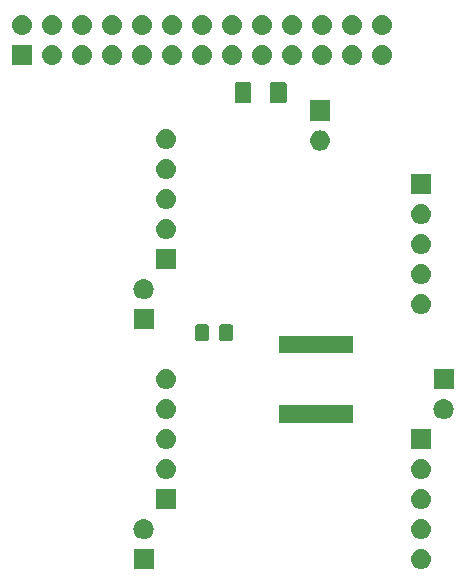
<source format=gts>
G04 #@! TF.GenerationSoftware,KiCad,Pcbnew,(5.0.2)-1*
G04 #@! TF.CreationDate,2019-07-01T13:56:40-04:00*
G04 #@! TF.ProjectId,RPI-I2C-HUB,5250492d-4932-4432-9d48-55422e6b6963,rev?*
G04 #@! TF.SameCoordinates,Original*
G04 #@! TF.FileFunction,Soldermask,Top*
G04 #@! TF.FilePolarity,Negative*
%FSLAX46Y46*%
G04 Gerber Fmt 4.6, Leading zero omitted, Abs format (unit mm)*
G04 Created by KiCad (PCBNEW (5.0.2)-1) date 7/1/2019 1:56:40 PM*
%MOMM*%
%LPD*%
G01*
G04 APERTURE LIST*
%ADD10C,0.150000*%
G04 APERTURE END LIST*
D10*
G36*
X35726630Y-46152299D02*
X35886855Y-46200903D01*
X36034520Y-46279831D01*
X36163949Y-46386051D01*
X36270169Y-46515480D01*
X36349097Y-46663145D01*
X36397701Y-46823370D01*
X36414112Y-46990000D01*
X36397701Y-47156630D01*
X36349097Y-47316855D01*
X36270169Y-47464520D01*
X36163949Y-47593949D01*
X36034520Y-47700169D01*
X35886855Y-47779097D01*
X35726630Y-47827701D01*
X35601752Y-47840000D01*
X35518248Y-47840000D01*
X35393370Y-47827701D01*
X35233145Y-47779097D01*
X35085480Y-47700169D01*
X34956051Y-47593949D01*
X34849831Y-47464520D01*
X34770903Y-47316855D01*
X34722299Y-47156630D01*
X34705888Y-46990000D01*
X34722299Y-46823370D01*
X34770903Y-46663145D01*
X34849831Y-46515480D01*
X34956051Y-46386051D01*
X35085480Y-46279831D01*
X35233145Y-46200903D01*
X35393370Y-46152299D01*
X35518248Y-46140000D01*
X35601752Y-46140000D01*
X35726630Y-46152299D01*
X35726630Y-46152299D01*
G37*
G36*
X12915000Y-47840000D02*
X11215000Y-47840000D01*
X11215000Y-46140000D01*
X12915000Y-46140000D01*
X12915000Y-47840000D01*
X12915000Y-47840000D01*
G37*
G36*
X12231630Y-43612299D02*
X12391855Y-43660903D01*
X12539520Y-43739831D01*
X12668949Y-43846051D01*
X12775169Y-43975480D01*
X12854097Y-44123145D01*
X12902701Y-44283370D01*
X12919112Y-44450000D01*
X12902701Y-44616630D01*
X12854097Y-44776855D01*
X12775169Y-44924520D01*
X12668949Y-45053949D01*
X12539520Y-45160169D01*
X12391855Y-45239097D01*
X12231630Y-45287701D01*
X12106752Y-45300000D01*
X12023248Y-45300000D01*
X11898370Y-45287701D01*
X11738145Y-45239097D01*
X11590480Y-45160169D01*
X11461051Y-45053949D01*
X11354831Y-44924520D01*
X11275903Y-44776855D01*
X11227299Y-44616630D01*
X11210888Y-44450000D01*
X11227299Y-44283370D01*
X11275903Y-44123145D01*
X11354831Y-43975480D01*
X11461051Y-43846051D01*
X11590480Y-43739831D01*
X11738145Y-43660903D01*
X11898370Y-43612299D01*
X12023248Y-43600000D01*
X12106752Y-43600000D01*
X12231630Y-43612299D01*
X12231630Y-43612299D01*
G37*
G36*
X35726630Y-43612299D02*
X35886855Y-43660903D01*
X36034520Y-43739831D01*
X36163949Y-43846051D01*
X36270169Y-43975480D01*
X36349097Y-44123145D01*
X36397701Y-44283370D01*
X36414112Y-44450000D01*
X36397701Y-44616630D01*
X36349097Y-44776855D01*
X36270169Y-44924520D01*
X36163949Y-45053949D01*
X36034520Y-45160169D01*
X35886855Y-45239097D01*
X35726630Y-45287701D01*
X35601752Y-45300000D01*
X35518248Y-45300000D01*
X35393370Y-45287701D01*
X35233145Y-45239097D01*
X35085480Y-45160169D01*
X34956051Y-45053949D01*
X34849831Y-44924520D01*
X34770903Y-44776855D01*
X34722299Y-44616630D01*
X34705888Y-44450000D01*
X34722299Y-44283370D01*
X34770903Y-44123145D01*
X34849831Y-43975480D01*
X34956051Y-43846051D01*
X35085480Y-43739831D01*
X35233145Y-43660903D01*
X35393370Y-43612299D01*
X35518248Y-43600000D01*
X35601752Y-43600000D01*
X35726630Y-43612299D01*
X35726630Y-43612299D01*
G37*
G36*
X14820000Y-42760000D02*
X13120000Y-42760000D01*
X13120000Y-41060000D01*
X14820000Y-41060000D01*
X14820000Y-42760000D01*
X14820000Y-42760000D01*
G37*
G36*
X35726630Y-41072299D02*
X35886855Y-41120903D01*
X36034520Y-41199831D01*
X36163949Y-41306051D01*
X36270169Y-41435480D01*
X36349097Y-41583145D01*
X36397701Y-41743370D01*
X36414112Y-41910000D01*
X36397701Y-42076630D01*
X36349097Y-42236855D01*
X36270169Y-42384520D01*
X36163949Y-42513949D01*
X36034520Y-42620169D01*
X35886855Y-42699097D01*
X35726630Y-42747701D01*
X35601752Y-42760000D01*
X35518248Y-42760000D01*
X35393370Y-42747701D01*
X35233145Y-42699097D01*
X35085480Y-42620169D01*
X34956051Y-42513949D01*
X34849831Y-42384520D01*
X34770903Y-42236855D01*
X34722299Y-42076630D01*
X34705888Y-41910000D01*
X34722299Y-41743370D01*
X34770903Y-41583145D01*
X34849831Y-41435480D01*
X34956051Y-41306051D01*
X35085480Y-41199831D01*
X35233145Y-41120903D01*
X35393370Y-41072299D01*
X35518248Y-41060000D01*
X35601752Y-41060000D01*
X35726630Y-41072299D01*
X35726630Y-41072299D01*
G37*
G36*
X14136630Y-38532299D02*
X14296855Y-38580903D01*
X14444520Y-38659831D01*
X14573949Y-38766051D01*
X14680169Y-38895480D01*
X14759097Y-39043145D01*
X14807701Y-39203370D01*
X14824112Y-39370000D01*
X14807701Y-39536630D01*
X14759097Y-39696855D01*
X14680169Y-39844520D01*
X14573949Y-39973949D01*
X14444520Y-40080169D01*
X14296855Y-40159097D01*
X14136630Y-40207701D01*
X14011752Y-40220000D01*
X13928248Y-40220000D01*
X13803370Y-40207701D01*
X13643145Y-40159097D01*
X13495480Y-40080169D01*
X13366051Y-39973949D01*
X13259831Y-39844520D01*
X13180903Y-39696855D01*
X13132299Y-39536630D01*
X13115888Y-39370000D01*
X13132299Y-39203370D01*
X13180903Y-39043145D01*
X13259831Y-38895480D01*
X13366051Y-38766051D01*
X13495480Y-38659831D01*
X13643145Y-38580903D01*
X13803370Y-38532299D01*
X13928248Y-38520000D01*
X14011752Y-38520000D01*
X14136630Y-38532299D01*
X14136630Y-38532299D01*
G37*
G36*
X35726630Y-38532299D02*
X35886855Y-38580903D01*
X36034520Y-38659831D01*
X36163949Y-38766051D01*
X36270169Y-38895480D01*
X36349097Y-39043145D01*
X36397701Y-39203370D01*
X36414112Y-39370000D01*
X36397701Y-39536630D01*
X36349097Y-39696855D01*
X36270169Y-39844520D01*
X36163949Y-39973949D01*
X36034520Y-40080169D01*
X35886855Y-40159097D01*
X35726630Y-40207701D01*
X35601752Y-40220000D01*
X35518248Y-40220000D01*
X35393370Y-40207701D01*
X35233145Y-40159097D01*
X35085480Y-40080169D01*
X34956051Y-39973949D01*
X34849831Y-39844520D01*
X34770903Y-39696855D01*
X34722299Y-39536630D01*
X34705888Y-39370000D01*
X34722299Y-39203370D01*
X34770903Y-39043145D01*
X34849831Y-38895480D01*
X34956051Y-38766051D01*
X35085480Y-38659831D01*
X35233145Y-38580903D01*
X35393370Y-38532299D01*
X35518248Y-38520000D01*
X35601752Y-38520000D01*
X35726630Y-38532299D01*
X35726630Y-38532299D01*
G37*
G36*
X36410000Y-37680000D02*
X34710000Y-37680000D01*
X34710000Y-35980000D01*
X36410000Y-35980000D01*
X36410000Y-37680000D01*
X36410000Y-37680000D01*
G37*
G36*
X14136630Y-35992299D02*
X14296855Y-36040903D01*
X14444520Y-36119831D01*
X14573949Y-36226051D01*
X14680169Y-36355480D01*
X14759097Y-36503145D01*
X14807701Y-36663370D01*
X14824112Y-36830000D01*
X14807701Y-36996630D01*
X14759097Y-37156855D01*
X14680169Y-37304520D01*
X14573949Y-37433949D01*
X14444520Y-37540169D01*
X14296855Y-37619097D01*
X14136630Y-37667701D01*
X14011752Y-37680000D01*
X13928248Y-37680000D01*
X13803370Y-37667701D01*
X13643145Y-37619097D01*
X13495480Y-37540169D01*
X13366051Y-37433949D01*
X13259831Y-37304520D01*
X13180903Y-37156855D01*
X13132299Y-36996630D01*
X13115888Y-36830000D01*
X13132299Y-36663370D01*
X13180903Y-36503145D01*
X13259831Y-36355480D01*
X13366051Y-36226051D01*
X13495480Y-36119831D01*
X13643145Y-36040903D01*
X13803370Y-35992299D01*
X13928248Y-35980000D01*
X14011752Y-35980000D01*
X14136630Y-35992299D01*
X14136630Y-35992299D01*
G37*
G36*
X29820000Y-35425000D02*
X23520000Y-35425000D01*
X23520000Y-33975000D01*
X29820000Y-33975000D01*
X29820000Y-35425000D01*
X29820000Y-35425000D01*
G37*
G36*
X14136630Y-33452299D02*
X14296855Y-33500903D01*
X14444520Y-33579831D01*
X14573949Y-33686051D01*
X14680169Y-33815480D01*
X14759097Y-33963145D01*
X14807701Y-34123370D01*
X14824112Y-34290000D01*
X14807701Y-34456630D01*
X14759097Y-34616855D01*
X14680169Y-34764520D01*
X14573949Y-34893949D01*
X14444520Y-35000169D01*
X14296855Y-35079097D01*
X14136630Y-35127701D01*
X14011752Y-35140000D01*
X13928248Y-35140000D01*
X13803370Y-35127701D01*
X13643145Y-35079097D01*
X13495480Y-35000169D01*
X13366051Y-34893949D01*
X13259831Y-34764520D01*
X13180903Y-34616855D01*
X13132299Y-34456630D01*
X13115888Y-34290000D01*
X13132299Y-34123370D01*
X13180903Y-33963145D01*
X13259831Y-33815480D01*
X13366051Y-33686051D01*
X13495480Y-33579831D01*
X13643145Y-33500903D01*
X13803370Y-33452299D01*
X13928248Y-33440000D01*
X14011752Y-33440000D01*
X14136630Y-33452299D01*
X14136630Y-33452299D01*
G37*
G36*
X37631630Y-33452299D02*
X37791855Y-33500903D01*
X37939520Y-33579831D01*
X38068949Y-33686051D01*
X38175169Y-33815480D01*
X38254097Y-33963145D01*
X38302701Y-34123370D01*
X38319112Y-34290000D01*
X38302701Y-34456630D01*
X38254097Y-34616855D01*
X38175169Y-34764520D01*
X38068949Y-34893949D01*
X37939520Y-35000169D01*
X37791855Y-35079097D01*
X37631630Y-35127701D01*
X37506752Y-35140000D01*
X37423248Y-35140000D01*
X37298370Y-35127701D01*
X37138145Y-35079097D01*
X36990480Y-35000169D01*
X36861051Y-34893949D01*
X36754831Y-34764520D01*
X36675903Y-34616855D01*
X36627299Y-34456630D01*
X36610888Y-34290000D01*
X36627299Y-34123370D01*
X36675903Y-33963145D01*
X36754831Y-33815480D01*
X36861051Y-33686051D01*
X36990480Y-33579831D01*
X37138145Y-33500903D01*
X37298370Y-33452299D01*
X37423248Y-33440000D01*
X37506752Y-33440000D01*
X37631630Y-33452299D01*
X37631630Y-33452299D01*
G37*
G36*
X14136630Y-30912299D02*
X14296855Y-30960903D01*
X14444520Y-31039831D01*
X14573949Y-31146051D01*
X14680169Y-31275480D01*
X14759097Y-31423145D01*
X14807701Y-31583370D01*
X14824112Y-31750000D01*
X14807701Y-31916630D01*
X14759097Y-32076855D01*
X14680169Y-32224520D01*
X14573949Y-32353949D01*
X14444520Y-32460169D01*
X14296855Y-32539097D01*
X14136630Y-32587701D01*
X14011752Y-32600000D01*
X13928248Y-32600000D01*
X13803370Y-32587701D01*
X13643145Y-32539097D01*
X13495480Y-32460169D01*
X13366051Y-32353949D01*
X13259831Y-32224520D01*
X13180903Y-32076855D01*
X13132299Y-31916630D01*
X13115888Y-31750000D01*
X13132299Y-31583370D01*
X13180903Y-31423145D01*
X13259831Y-31275480D01*
X13366051Y-31146051D01*
X13495480Y-31039831D01*
X13643145Y-30960903D01*
X13803370Y-30912299D01*
X13928248Y-30900000D01*
X14011752Y-30900000D01*
X14136630Y-30912299D01*
X14136630Y-30912299D01*
G37*
G36*
X38315000Y-32600000D02*
X36615000Y-32600000D01*
X36615000Y-30900000D01*
X38315000Y-30900000D01*
X38315000Y-32600000D01*
X38315000Y-32600000D01*
G37*
G36*
X29820000Y-29525000D02*
X23520000Y-29525000D01*
X23520000Y-28075000D01*
X29820000Y-28075000D01*
X29820000Y-29525000D01*
X29820000Y-29525000D01*
G37*
G36*
X17439522Y-27117039D02*
X17473053Y-27127211D01*
X17503960Y-27143731D01*
X17531043Y-27165957D01*
X17553269Y-27193040D01*
X17569789Y-27223947D01*
X17579961Y-27257478D01*
X17584000Y-27298487D01*
X17584000Y-28327513D01*
X17579961Y-28368522D01*
X17569789Y-28402053D01*
X17553269Y-28432960D01*
X17531043Y-28460043D01*
X17503960Y-28482269D01*
X17473053Y-28498789D01*
X17439522Y-28508961D01*
X17398513Y-28513000D01*
X16619487Y-28513000D01*
X16578478Y-28508961D01*
X16544947Y-28498789D01*
X16514040Y-28482269D01*
X16486957Y-28460043D01*
X16464731Y-28432960D01*
X16448211Y-28402053D01*
X16438039Y-28368522D01*
X16434000Y-28327513D01*
X16434000Y-27298487D01*
X16438039Y-27257478D01*
X16448211Y-27223947D01*
X16464731Y-27193040D01*
X16486957Y-27165957D01*
X16514040Y-27143731D01*
X16544947Y-27127211D01*
X16578478Y-27117039D01*
X16619487Y-27113000D01*
X17398513Y-27113000D01*
X17439522Y-27117039D01*
X17439522Y-27117039D01*
G37*
G36*
X19489522Y-27117039D02*
X19523053Y-27127211D01*
X19553960Y-27143731D01*
X19581043Y-27165957D01*
X19603269Y-27193040D01*
X19619789Y-27223947D01*
X19629961Y-27257478D01*
X19634000Y-27298487D01*
X19634000Y-28327513D01*
X19629961Y-28368522D01*
X19619789Y-28402053D01*
X19603269Y-28432960D01*
X19581043Y-28460043D01*
X19553960Y-28482269D01*
X19523053Y-28498789D01*
X19489522Y-28508961D01*
X19448513Y-28513000D01*
X18669487Y-28513000D01*
X18628478Y-28508961D01*
X18594947Y-28498789D01*
X18564040Y-28482269D01*
X18536957Y-28460043D01*
X18514731Y-28432960D01*
X18498211Y-28402053D01*
X18488039Y-28368522D01*
X18484000Y-28327513D01*
X18484000Y-27298487D01*
X18488039Y-27257478D01*
X18498211Y-27223947D01*
X18514731Y-27193040D01*
X18536957Y-27165957D01*
X18564040Y-27143731D01*
X18594947Y-27127211D01*
X18628478Y-27117039D01*
X18669487Y-27113000D01*
X19448513Y-27113000D01*
X19489522Y-27117039D01*
X19489522Y-27117039D01*
G37*
G36*
X12915000Y-27520000D02*
X11215000Y-27520000D01*
X11215000Y-25820000D01*
X12915000Y-25820000D01*
X12915000Y-27520000D01*
X12915000Y-27520000D01*
G37*
G36*
X35726630Y-24562299D02*
X35886855Y-24610903D01*
X36034520Y-24689831D01*
X36163949Y-24796051D01*
X36270169Y-24925480D01*
X36349097Y-25073145D01*
X36397701Y-25233370D01*
X36414112Y-25400000D01*
X36397701Y-25566630D01*
X36349097Y-25726855D01*
X36270169Y-25874520D01*
X36163949Y-26003949D01*
X36034520Y-26110169D01*
X35886855Y-26189097D01*
X35726630Y-26237701D01*
X35601752Y-26250000D01*
X35518248Y-26250000D01*
X35393370Y-26237701D01*
X35233145Y-26189097D01*
X35085480Y-26110169D01*
X34956051Y-26003949D01*
X34849831Y-25874520D01*
X34770903Y-25726855D01*
X34722299Y-25566630D01*
X34705888Y-25400000D01*
X34722299Y-25233370D01*
X34770903Y-25073145D01*
X34849831Y-24925480D01*
X34956051Y-24796051D01*
X35085480Y-24689831D01*
X35233145Y-24610903D01*
X35393370Y-24562299D01*
X35518248Y-24550000D01*
X35601752Y-24550000D01*
X35726630Y-24562299D01*
X35726630Y-24562299D01*
G37*
G36*
X12231630Y-23292299D02*
X12391855Y-23340903D01*
X12539520Y-23419831D01*
X12668949Y-23526051D01*
X12775169Y-23655480D01*
X12854097Y-23803145D01*
X12902701Y-23963370D01*
X12919112Y-24130000D01*
X12902701Y-24296630D01*
X12854097Y-24456855D01*
X12775169Y-24604520D01*
X12668949Y-24733949D01*
X12539520Y-24840169D01*
X12391855Y-24919097D01*
X12231630Y-24967701D01*
X12106752Y-24980000D01*
X12023248Y-24980000D01*
X11898370Y-24967701D01*
X11738145Y-24919097D01*
X11590480Y-24840169D01*
X11461051Y-24733949D01*
X11354831Y-24604520D01*
X11275903Y-24456855D01*
X11227299Y-24296630D01*
X11210888Y-24130000D01*
X11227299Y-23963370D01*
X11275903Y-23803145D01*
X11354831Y-23655480D01*
X11461051Y-23526051D01*
X11590480Y-23419831D01*
X11738145Y-23340903D01*
X11898370Y-23292299D01*
X12023248Y-23280000D01*
X12106752Y-23280000D01*
X12231630Y-23292299D01*
X12231630Y-23292299D01*
G37*
G36*
X35726630Y-22022299D02*
X35886855Y-22070903D01*
X36034520Y-22149831D01*
X36163949Y-22256051D01*
X36270169Y-22385480D01*
X36349097Y-22533145D01*
X36397701Y-22693370D01*
X36414112Y-22860000D01*
X36397701Y-23026630D01*
X36349097Y-23186855D01*
X36270169Y-23334520D01*
X36163949Y-23463949D01*
X36034520Y-23570169D01*
X35886855Y-23649097D01*
X35726630Y-23697701D01*
X35601752Y-23710000D01*
X35518248Y-23710000D01*
X35393370Y-23697701D01*
X35233145Y-23649097D01*
X35085480Y-23570169D01*
X34956051Y-23463949D01*
X34849831Y-23334520D01*
X34770903Y-23186855D01*
X34722299Y-23026630D01*
X34705888Y-22860000D01*
X34722299Y-22693370D01*
X34770903Y-22533145D01*
X34849831Y-22385480D01*
X34956051Y-22256051D01*
X35085480Y-22149831D01*
X35233145Y-22070903D01*
X35393370Y-22022299D01*
X35518248Y-22010000D01*
X35601752Y-22010000D01*
X35726630Y-22022299D01*
X35726630Y-22022299D01*
G37*
G36*
X14820000Y-22440000D02*
X13120000Y-22440000D01*
X13120000Y-20740000D01*
X14820000Y-20740000D01*
X14820000Y-22440000D01*
X14820000Y-22440000D01*
G37*
G36*
X35726630Y-19482299D02*
X35886855Y-19530903D01*
X36034520Y-19609831D01*
X36163949Y-19716051D01*
X36270169Y-19845480D01*
X36349097Y-19993145D01*
X36397701Y-20153370D01*
X36414112Y-20320000D01*
X36397701Y-20486630D01*
X36349097Y-20646855D01*
X36270169Y-20794520D01*
X36163949Y-20923949D01*
X36034520Y-21030169D01*
X35886855Y-21109097D01*
X35726630Y-21157701D01*
X35601752Y-21170000D01*
X35518248Y-21170000D01*
X35393370Y-21157701D01*
X35233145Y-21109097D01*
X35085480Y-21030169D01*
X34956051Y-20923949D01*
X34849831Y-20794520D01*
X34770903Y-20646855D01*
X34722299Y-20486630D01*
X34705888Y-20320000D01*
X34722299Y-20153370D01*
X34770903Y-19993145D01*
X34849831Y-19845480D01*
X34956051Y-19716051D01*
X35085480Y-19609831D01*
X35233145Y-19530903D01*
X35393370Y-19482299D01*
X35518248Y-19470000D01*
X35601752Y-19470000D01*
X35726630Y-19482299D01*
X35726630Y-19482299D01*
G37*
G36*
X14136630Y-18212299D02*
X14296855Y-18260903D01*
X14444520Y-18339831D01*
X14573949Y-18446051D01*
X14680169Y-18575480D01*
X14759097Y-18723145D01*
X14807701Y-18883370D01*
X14824112Y-19050000D01*
X14807701Y-19216630D01*
X14759097Y-19376855D01*
X14680169Y-19524520D01*
X14573949Y-19653949D01*
X14444520Y-19760169D01*
X14296855Y-19839097D01*
X14136630Y-19887701D01*
X14011752Y-19900000D01*
X13928248Y-19900000D01*
X13803370Y-19887701D01*
X13643145Y-19839097D01*
X13495480Y-19760169D01*
X13366051Y-19653949D01*
X13259831Y-19524520D01*
X13180903Y-19376855D01*
X13132299Y-19216630D01*
X13115888Y-19050000D01*
X13132299Y-18883370D01*
X13180903Y-18723145D01*
X13259831Y-18575480D01*
X13366051Y-18446051D01*
X13495480Y-18339831D01*
X13643145Y-18260903D01*
X13803370Y-18212299D01*
X13928248Y-18200000D01*
X14011752Y-18200000D01*
X14136630Y-18212299D01*
X14136630Y-18212299D01*
G37*
G36*
X35726630Y-16942299D02*
X35886855Y-16990903D01*
X36034520Y-17069831D01*
X36163949Y-17176051D01*
X36270169Y-17305480D01*
X36349097Y-17453145D01*
X36397701Y-17613370D01*
X36414112Y-17780000D01*
X36397701Y-17946630D01*
X36349097Y-18106855D01*
X36270169Y-18254520D01*
X36163949Y-18383949D01*
X36034520Y-18490169D01*
X35886855Y-18569097D01*
X35726630Y-18617701D01*
X35601752Y-18630000D01*
X35518248Y-18630000D01*
X35393370Y-18617701D01*
X35233145Y-18569097D01*
X35085480Y-18490169D01*
X34956051Y-18383949D01*
X34849831Y-18254520D01*
X34770903Y-18106855D01*
X34722299Y-17946630D01*
X34705888Y-17780000D01*
X34722299Y-17613370D01*
X34770903Y-17453145D01*
X34849831Y-17305480D01*
X34956051Y-17176051D01*
X35085480Y-17069831D01*
X35233145Y-16990903D01*
X35393370Y-16942299D01*
X35518248Y-16930000D01*
X35601752Y-16930000D01*
X35726630Y-16942299D01*
X35726630Y-16942299D01*
G37*
G36*
X14136630Y-15672299D02*
X14296855Y-15720903D01*
X14444520Y-15799831D01*
X14573949Y-15906051D01*
X14680169Y-16035480D01*
X14759097Y-16183145D01*
X14807701Y-16343370D01*
X14824112Y-16510000D01*
X14807701Y-16676630D01*
X14759097Y-16836855D01*
X14680169Y-16984520D01*
X14573949Y-17113949D01*
X14444520Y-17220169D01*
X14296855Y-17299097D01*
X14136630Y-17347701D01*
X14011752Y-17360000D01*
X13928248Y-17360000D01*
X13803370Y-17347701D01*
X13643145Y-17299097D01*
X13495480Y-17220169D01*
X13366051Y-17113949D01*
X13259831Y-16984520D01*
X13180903Y-16836855D01*
X13132299Y-16676630D01*
X13115888Y-16510000D01*
X13132299Y-16343370D01*
X13180903Y-16183145D01*
X13259831Y-16035480D01*
X13366051Y-15906051D01*
X13495480Y-15799831D01*
X13643145Y-15720903D01*
X13803370Y-15672299D01*
X13928248Y-15660000D01*
X14011752Y-15660000D01*
X14136630Y-15672299D01*
X14136630Y-15672299D01*
G37*
G36*
X36410000Y-16090000D02*
X34710000Y-16090000D01*
X34710000Y-14390000D01*
X36410000Y-14390000D01*
X36410000Y-16090000D01*
X36410000Y-16090000D01*
G37*
G36*
X14136630Y-13132299D02*
X14296855Y-13180903D01*
X14444520Y-13259831D01*
X14573949Y-13366051D01*
X14680169Y-13495480D01*
X14759097Y-13643145D01*
X14807701Y-13803370D01*
X14824112Y-13970000D01*
X14807701Y-14136630D01*
X14759097Y-14296855D01*
X14680169Y-14444520D01*
X14573949Y-14573949D01*
X14444520Y-14680169D01*
X14296855Y-14759097D01*
X14136630Y-14807701D01*
X14011752Y-14820000D01*
X13928248Y-14820000D01*
X13803370Y-14807701D01*
X13643145Y-14759097D01*
X13495480Y-14680169D01*
X13366051Y-14573949D01*
X13259831Y-14444520D01*
X13180903Y-14296855D01*
X13132299Y-14136630D01*
X13115888Y-13970000D01*
X13132299Y-13803370D01*
X13180903Y-13643145D01*
X13259831Y-13495480D01*
X13366051Y-13366051D01*
X13495480Y-13259831D01*
X13643145Y-13180903D01*
X13803370Y-13132299D01*
X13928248Y-13120000D01*
X14011752Y-13120000D01*
X14136630Y-13132299D01*
X14136630Y-13132299D01*
G37*
G36*
X27166630Y-10702299D02*
X27326855Y-10750903D01*
X27474520Y-10829831D01*
X27603949Y-10936051D01*
X27710169Y-11065480D01*
X27789097Y-11213145D01*
X27837701Y-11373370D01*
X27854112Y-11540000D01*
X27837701Y-11706630D01*
X27789097Y-11866855D01*
X27710169Y-12014520D01*
X27603949Y-12143949D01*
X27474520Y-12250169D01*
X27326855Y-12329097D01*
X27166630Y-12377701D01*
X27041752Y-12390000D01*
X26958248Y-12390000D01*
X26833370Y-12377701D01*
X26673145Y-12329097D01*
X26525480Y-12250169D01*
X26396051Y-12143949D01*
X26289831Y-12014520D01*
X26210903Y-11866855D01*
X26162299Y-11706630D01*
X26145888Y-11540000D01*
X26162299Y-11373370D01*
X26210903Y-11213145D01*
X26289831Y-11065480D01*
X26396051Y-10936051D01*
X26525480Y-10829831D01*
X26673145Y-10750903D01*
X26833370Y-10702299D01*
X26958248Y-10690000D01*
X27041752Y-10690000D01*
X27166630Y-10702299D01*
X27166630Y-10702299D01*
G37*
G36*
X14136630Y-10592299D02*
X14296855Y-10640903D01*
X14444520Y-10719831D01*
X14573949Y-10826051D01*
X14680169Y-10955480D01*
X14759097Y-11103145D01*
X14807701Y-11263370D01*
X14824112Y-11430000D01*
X14807701Y-11596630D01*
X14759097Y-11756855D01*
X14680169Y-11904520D01*
X14573949Y-12033949D01*
X14444520Y-12140169D01*
X14296855Y-12219097D01*
X14136630Y-12267701D01*
X14011752Y-12280000D01*
X13928248Y-12280000D01*
X13803370Y-12267701D01*
X13643145Y-12219097D01*
X13495480Y-12140169D01*
X13366051Y-12033949D01*
X13259831Y-11904520D01*
X13180903Y-11756855D01*
X13132299Y-11596630D01*
X13115888Y-11430000D01*
X13132299Y-11263370D01*
X13180903Y-11103145D01*
X13259831Y-10955480D01*
X13366051Y-10826051D01*
X13495480Y-10719831D01*
X13643145Y-10640903D01*
X13803370Y-10592299D01*
X13928248Y-10580000D01*
X14011752Y-10580000D01*
X14136630Y-10592299D01*
X14136630Y-10592299D01*
G37*
G36*
X27850000Y-9850000D02*
X26150000Y-9850000D01*
X26150000Y-8150000D01*
X27850000Y-8150000D01*
X27850000Y-9850000D01*
X27850000Y-9850000D01*
G37*
G36*
X21059964Y-6621837D02*
X21091528Y-6631412D01*
X21120617Y-6646960D01*
X21146114Y-6667886D01*
X21167040Y-6693383D01*
X21182588Y-6722472D01*
X21192163Y-6754036D01*
X21196000Y-6792998D01*
X21196000Y-8193002D01*
X21192163Y-8231964D01*
X21182588Y-8263528D01*
X21167040Y-8292617D01*
X21146114Y-8318114D01*
X21120617Y-8339040D01*
X21091528Y-8354588D01*
X21059964Y-8364163D01*
X21021002Y-8368000D01*
X19945998Y-8368000D01*
X19907036Y-8364163D01*
X19875472Y-8354588D01*
X19846383Y-8339040D01*
X19820886Y-8318114D01*
X19799960Y-8292617D01*
X19784412Y-8263528D01*
X19774837Y-8231964D01*
X19771000Y-8193002D01*
X19771000Y-6792998D01*
X19774837Y-6754036D01*
X19784412Y-6722472D01*
X19799960Y-6693383D01*
X19820886Y-6667886D01*
X19846383Y-6646960D01*
X19875472Y-6631412D01*
X19907036Y-6621837D01*
X19945998Y-6618000D01*
X21021002Y-6618000D01*
X21059964Y-6621837D01*
X21059964Y-6621837D01*
G37*
G36*
X24034964Y-6621837D02*
X24066528Y-6631412D01*
X24095617Y-6646960D01*
X24121114Y-6667886D01*
X24142040Y-6693383D01*
X24157588Y-6722472D01*
X24167163Y-6754036D01*
X24171000Y-6792998D01*
X24171000Y-8193002D01*
X24167163Y-8231964D01*
X24157588Y-8263528D01*
X24142040Y-8292617D01*
X24121114Y-8318114D01*
X24095617Y-8339040D01*
X24066528Y-8354588D01*
X24034964Y-8364163D01*
X23996002Y-8368000D01*
X22920998Y-8368000D01*
X22882036Y-8364163D01*
X22850472Y-8354588D01*
X22821383Y-8339040D01*
X22795886Y-8318114D01*
X22774960Y-8292617D01*
X22759412Y-8263528D01*
X22749837Y-8231964D01*
X22746000Y-8193002D01*
X22746000Y-6792998D01*
X22749837Y-6754036D01*
X22759412Y-6722472D01*
X22774960Y-6693383D01*
X22795886Y-6667886D01*
X22821383Y-6646960D01*
X22850472Y-6631412D01*
X22882036Y-6621837D01*
X22920998Y-6618000D01*
X23996002Y-6618000D01*
X24034964Y-6621837D01*
X24034964Y-6621837D01*
G37*
G36*
X9564630Y-3467599D02*
X9724855Y-3516203D01*
X9872520Y-3595131D01*
X10001949Y-3701351D01*
X10108169Y-3830780D01*
X10187097Y-3978445D01*
X10235701Y-4138670D01*
X10252112Y-4305300D01*
X10235701Y-4471930D01*
X10187097Y-4632155D01*
X10108169Y-4779820D01*
X10001949Y-4909249D01*
X9872520Y-5015469D01*
X9724855Y-5094397D01*
X9564630Y-5143001D01*
X9439752Y-5155300D01*
X9356248Y-5155300D01*
X9231370Y-5143001D01*
X9071145Y-5094397D01*
X8923480Y-5015469D01*
X8794051Y-4909249D01*
X8687831Y-4779820D01*
X8608903Y-4632155D01*
X8560299Y-4471930D01*
X8543888Y-4305300D01*
X8560299Y-4138670D01*
X8608903Y-3978445D01*
X8687831Y-3830780D01*
X8794051Y-3701351D01*
X8923480Y-3595131D01*
X9071145Y-3516203D01*
X9231370Y-3467599D01*
X9356248Y-3455300D01*
X9439752Y-3455300D01*
X9564630Y-3467599D01*
X9564630Y-3467599D01*
G37*
G36*
X12104630Y-3467599D02*
X12264855Y-3516203D01*
X12412520Y-3595131D01*
X12541949Y-3701351D01*
X12648169Y-3830780D01*
X12727097Y-3978445D01*
X12775701Y-4138670D01*
X12792112Y-4305300D01*
X12775701Y-4471930D01*
X12727097Y-4632155D01*
X12648169Y-4779820D01*
X12541949Y-4909249D01*
X12412520Y-5015469D01*
X12264855Y-5094397D01*
X12104630Y-5143001D01*
X11979752Y-5155300D01*
X11896248Y-5155300D01*
X11771370Y-5143001D01*
X11611145Y-5094397D01*
X11463480Y-5015469D01*
X11334051Y-4909249D01*
X11227831Y-4779820D01*
X11148903Y-4632155D01*
X11100299Y-4471930D01*
X11083888Y-4305300D01*
X11100299Y-4138670D01*
X11148903Y-3978445D01*
X11227831Y-3830780D01*
X11334051Y-3701351D01*
X11463480Y-3595131D01*
X11611145Y-3516203D01*
X11771370Y-3467599D01*
X11896248Y-3455300D01*
X11979752Y-3455300D01*
X12104630Y-3467599D01*
X12104630Y-3467599D01*
G37*
G36*
X7024630Y-3467599D02*
X7184855Y-3516203D01*
X7332520Y-3595131D01*
X7461949Y-3701351D01*
X7568169Y-3830780D01*
X7647097Y-3978445D01*
X7695701Y-4138670D01*
X7712112Y-4305300D01*
X7695701Y-4471930D01*
X7647097Y-4632155D01*
X7568169Y-4779820D01*
X7461949Y-4909249D01*
X7332520Y-5015469D01*
X7184855Y-5094397D01*
X7024630Y-5143001D01*
X6899752Y-5155300D01*
X6816248Y-5155300D01*
X6691370Y-5143001D01*
X6531145Y-5094397D01*
X6383480Y-5015469D01*
X6254051Y-4909249D01*
X6147831Y-4779820D01*
X6068903Y-4632155D01*
X6020299Y-4471930D01*
X6003888Y-4305300D01*
X6020299Y-4138670D01*
X6068903Y-3978445D01*
X6147831Y-3830780D01*
X6254051Y-3701351D01*
X6383480Y-3595131D01*
X6531145Y-3516203D01*
X6691370Y-3467599D01*
X6816248Y-3455300D01*
X6899752Y-3455300D01*
X7024630Y-3467599D01*
X7024630Y-3467599D01*
G37*
G36*
X4484630Y-3467599D02*
X4644855Y-3516203D01*
X4792520Y-3595131D01*
X4921949Y-3701351D01*
X5028169Y-3830780D01*
X5107097Y-3978445D01*
X5155701Y-4138670D01*
X5172112Y-4305300D01*
X5155701Y-4471930D01*
X5107097Y-4632155D01*
X5028169Y-4779820D01*
X4921949Y-4909249D01*
X4792520Y-5015469D01*
X4644855Y-5094397D01*
X4484630Y-5143001D01*
X4359752Y-5155300D01*
X4276248Y-5155300D01*
X4151370Y-5143001D01*
X3991145Y-5094397D01*
X3843480Y-5015469D01*
X3714051Y-4909249D01*
X3607831Y-4779820D01*
X3528903Y-4632155D01*
X3480299Y-4471930D01*
X3463888Y-4305300D01*
X3480299Y-4138670D01*
X3528903Y-3978445D01*
X3607831Y-3830780D01*
X3714051Y-3701351D01*
X3843480Y-3595131D01*
X3991145Y-3516203D01*
X4151370Y-3467599D01*
X4276248Y-3455300D01*
X4359752Y-3455300D01*
X4484630Y-3467599D01*
X4484630Y-3467599D01*
G37*
G36*
X2628000Y-5155300D02*
X928000Y-5155300D01*
X928000Y-3455300D01*
X2628000Y-3455300D01*
X2628000Y-5155300D01*
X2628000Y-5155300D01*
G37*
G36*
X32424630Y-3467599D02*
X32584855Y-3516203D01*
X32732520Y-3595131D01*
X32861949Y-3701351D01*
X32968169Y-3830780D01*
X33047097Y-3978445D01*
X33095701Y-4138670D01*
X33112112Y-4305300D01*
X33095701Y-4471930D01*
X33047097Y-4632155D01*
X32968169Y-4779820D01*
X32861949Y-4909249D01*
X32732520Y-5015469D01*
X32584855Y-5094397D01*
X32424630Y-5143001D01*
X32299752Y-5155300D01*
X32216248Y-5155300D01*
X32091370Y-5143001D01*
X31931145Y-5094397D01*
X31783480Y-5015469D01*
X31654051Y-4909249D01*
X31547831Y-4779820D01*
X31468903Y-4632155D01*
X31420299Y-4471930D01*
X31403888Y-4305300D01*
X31420299Y-4138670D01*
X31468903Y-3978445D01*
X31547831Y-3830780D01*
X31654051Y-3701351D01*
X31783480Y-3595131D01*
X31931145Y-3516203D01*
X32091370Y-3467599D01*
X32216248Y-3455300D01*
X32299752Y-3455300D01*
X32424630Y-3467599D01*
X32424630Y-3467599D01*
G37*
G36*
X27344630Y-3467599D02*
X27504855Y-3516203D01*
X27652520Y-3595131D01*
X27781949Y-3701351D01*
X27888169Y-3830780D01*
X27967097Y-3978445D01*
X28015701Y-4138670D01*
X28032112Y-4305300D01*
X28015701Y-4471930D01*
X27967097Y-4632155D01*
X27888169Y-4779820D01*
X27781949Y-4909249D01*
X27652520Y-5015469D01*
X27504855Y-5094397D01*
X27344630Y-5143001D01*
X27219752Y-5155300D01*
X27136248Y-5155300D01*
X27011370Y-5143001D01*
X26851145Y-5094397D01*
X26703480Y-5015469D01*
X26574051Y-4909249D01*
X26467831Y-4779820D01*
X26388903Y-4632155D01*
X26340299Y-4471930D01*
X26323888Y-4305300D01*
X26340299Y-4138670D01*
X26388903Y-3978445D01*
X26467831Y-3830780D01*
X26574051Y-3701351D01*
X26703480Y-3595131D01*
X26851145Y-3516203D01*
X27011370Y-3467599D01*
X27136248Y-3455300D01*
X27219752Y-3455300D01*
X27344630Y-3467599D01*
X27344630Y-3467599D01*
G37*
G36*
X24804630Y-3467599D02*
X24964855Y-3516203D01*
X25112520Y-3595131D01*
X25241949Y-3701351D01*
X25348169Y-3830780D01*
X25427097Y-3978445D01*
X25475701Y-4138670D01*
X25492112Y-4305300D01*
X25475701Y-4471930D01*
X25427097Y-4632155D01*
X25348169Y-4779820D01*
X25241949Y-4909249D01*
X25112520Y-5015469D01*
X24964855Y-5094397D01*
X24804630Y-5143001D01*
X24679752Y-5155300D01*
X24596248Y-5155300D01*
X24471370Y-5143001D01*
X24311145Y-5094397D01*
X24163480Y-5015469D01*
X24034051Y-4909249D01*
X23927831Y-4779820D01*
X23848903Y-4632155D01*
X23800299Y-4471930D01*
X23783888Y-4305300D01*
X23800299Y-4138670D01*
X23848903Y-3978445D01*
X23927831Y-3830780D01*
X24034051Y-3701351D01*
X24163480Y-3595131D01*
X24311145Y-3516203D01*
X24471370Y-3467599D01*
X24596248Y-3455300D01*
X24679752Y-3455300D01*
X24804630Y-3467599D01*
X24804630Y-3467599D01*
G37*
G36*
X22264630Y-3467599D02*
X22424855Y-3516203D01*
X22572520Y-3595131D01*
X22701949Y-3701351D01*
X22808169Y-3830780D01*
X22887097Y-3978445D01*
X22935701Y-4138670D01*
X22952112Y-4305300D01*
X22935701Y-4471930D01*
X22887097Y-4632155D01*
X22808169Y-4779820D01*
X22701949Y-4909249D01*
X22572520Y-5015469D01*
X22424855Y-5094397D01*
X22264630Y-5143001D01*
X22139752Y-5155300D01*
X22056248Y-5155300D01*
X21931370Y-5143001D01*
X21771145Y-5094397D01*
X21623480Y-5015469D01*
X21494051Y-4909249D01*
X21387831Y-4779820D01*
X21308903Y-4632155D01*
X21260299Y-4471930D01*
X21243888Y-4305300D01*
X21260299Y-4138670D01*
X21308903Y-3978445D01*
X21387831Y-3830780D01*
X21494051Y-3701351D01*
X21623480Y-3595131D01*
X21771145Y-3516203D01*
X21931370Y-3467599D01*
X22056248Y-3455300D01*
X22139752Y-3455300D01*
X22264630Y-3467599D01*
X22264630Y-3467599D01*
G37*
G36*
X19724630Y-3467599D02*
X19884855Y-3516203D01*
X20032520Y-3595131D01*
X20161949Y-3701351D01*
X20268169Y-3830780D01*
X20347097Y-3978445D01*
X20395701Y-4138670D01*
X20412112Y-4305300D01*
X20395701Y-4471930D01*
X20347097Y-4632155D01*
X20268169Y-4779820D01*
X20161949Y-4909249D01*
X20032520Y-5015469D01*
X19884855Y-5094397D01*
X19724630Y-5143001D01*
X19599752Y-5155300D01*
X19516248Y-5155300D01*
X19391370Y-5143001D01*
X19231145Y-5094397D01*
X19083480Y-5015469D01*
X18954051Y-4909249D01*
X18847831Y-4779820D01*
X18768903Y-4632155D01*
X18720299Y-4471930D01*
X18703888Y-4305300D01*
X18720299Y-4138670D01*
X18768903Y-3978445D01*
X18847831Y-3830780D01*
X18954051Y-3701351D01*
X19083480Y-3595131D01*
X19231145Y-3516203D01*
X19391370Y-3467599D01*
X19516248Y-3455300D01*
X19599752Y-3455300D01*
X19724630Y-3467599D01*
X19724630Y-3467599D01*
G37*
G36*
X17184630Y-3467599D02*
X17344855Y-3516203D01*
X17492520Y-3595131D01*
X17621949Y-3701351D01*
X17728169Y-3830780D01*
X17807097Y-3978445D01*
X17855701Y-4138670D01*
X17872112Y-4305300D01*
X17855701Y-4471930D01*
X17807097Y-4632155D01*
X17728169Y-4779820D01*
X17621949Y-4909249D01*
X17492520Y-5015469D01*
X17344855Y-5094397D01*
X17184630Y-5143001D01*
X17059752Y-5155300D01*
X16976248Y-5155300D01*
X16851370Y-5143001D01*
X16691145Y-5094397D01*
X16543480Y-5015469D01*
X16414051Y-4909249D01*
X16307831Y-4779820D01*
X16228903Y-4632155D01*
X16180299Y-4471930D01*
X16163888Y-4305300D01*
X16180299Y-4138670D01*
X16228903Y-3978445D01*
X16307831Y-3830780D01*
X16414051Y-3701351D01*
X16543480Y-3595131D01*
X16691145Y-3516203D01*
X16851370Y-3467599D01*
X16976248Y-3455300D01*
X17059752Y-3455300D01*
X17184630Y-3467599D01*
X17184630Y-3467599D01*
G37*
G36*
X14644630Y-3467599D02*
X14804855Y-3516203D01*
X14952520Y-3595131D01*
X15081949Y-3701351D01*
X15188169Y-3830780D01*
X15267097Y-3978445D01*
X15315701Y-4138670D01*
X15332112Y-4305300D01*
X15315701Y-4471930D01*
X15267097Y-4632155D01*
X15188169Y-4779820D01*
X15081949Y-4909249D01*
X14952520Y-5015469D01*
X14804855Y-5094397D01*
X14644630Y-5143001D01*
X14519752Y-5155300D01*
X14436248Y-5155300D01*
X14311370Y-5143001D01*
X14151145Y-5094397D01*
X14003480Y-5015469D01*
X13874051Y-4909249D01*
X13767831Y-4779820D01*
X13688903Y-4632155D01*
X13640299Y-4471930D01*
X13623888Y-4305300D01*
X13640299Y-4138670D01*
X13688903Y-3978445D01*
X13767831Y-3830780D01*
X13874051Y-3701351D01*
X14003480Y-3595131D01*
X14151145Y-3516203D01*
X14311370Y-3467599D01*
X14436248Y-3455300D01*
X14519752Y-3455300D01*
X14644630Y-3467599D01*
X14644630Y-3467599D01*
G37*
G36*
X29884630Y-3467599D02*
X30044855Y-3516203D01*
X30192520Y-3595131D01*
X30321949Y-3701351D01*
X30428169Y-3830780D01*
X30507097Y-3978445D01*
X30555701Y-4138670D01*
X30572112Y-4305300D01*
X30555701Y-4471930D01*
X30507097Y-4632155D01*
X30428169Y-4779820D01*
X30321949Y-4909249D01*
X30192520Y-5015469D01*
X30044855Y-5094397D01*
X29884630Y-5143001D01*
X29759752Y-5155300D01*
X29676248Y-5155300D01*
X29551370Y-5143001D01*
X29391145Y-5094397D01*
X29243480Y-5015469D01*
X29114051Y-4909249D01*
X29007831Y-4779820D01*
X28928903Y-4632155D01*
X28880299Y-4471930D01*
X28863888Y-4305300D01*
X28880299Y-4138670D01*
X28928903Y-3978445D01*
X29007831Y-3830780D01*
X29114051Y-3701351D01*
X29243480Y-3595131D01*
X29391145Y-3516203D01*
X29551370Y-3467599D01*
X29676248Y-3455300D01*
X29759752Y-3455300D01*
X29884630Y-3467599D01*
X29884630Y-3467599D01*
G37*
G36*
X1944630Y-927599D02*
X2104855Y-976203D01*
X2252520Y-1055131D01*
X2381949Y-1161351D01*
X2488169Y-1290780D01*
X2567097Y-1438445D01*
X2615701Y-1598670D01*
X2632112Y-1765300D01*
X2615701Y-1931930D01*
X2567097Y-2092155D01*
X2488169Y-2239820D01*
X2381949Y-2369249D01*
X2252520Y-2475469D01*
X2104855Y-2554397D01*
X1944630Y-2603001D01*
X1819752Y-2615300D01*
X1736248Y-2615300D01*
X1611370Y-2603001D01*
X1451145Y-2554397D01*
X1303480Y-2475469D01*
X1174051Y-2369249D01*
X1067831Y-2239820D01*
X988903Y-2092155D01*
X940299Y-1931930D01*
X923888Y-1765300D01*
X940299Y-1598670D01*
X988903Y-1438445D01*
X1067831Y-1290780D01*
X1174051Y-1161351D01*
X1303480Y-1055131D01*
X1451145Y-976203D01*
X1611370Y-927599D01*
X1736248Y-915300D01*
X1819752Y-915300D01*
X1944630Y-927599D01*
X1944630Y-927599D01*
G37*
G36*
X12104630Y-927599D02*
X12264855Y-976203D01*
X12412520Y-1055131D01*
X12541949Y-1161351D01*
X12648169Y-1290780D01*
X12727097Y-1438445D01*
X12775701Y-1598670D01*
X12792112Y-1765300D01*
X12775701Y-1931930D01*
X12727097Y-2092155D01*
X12648169Y-2239820D01*
X12541949Y-2369249D01*
X12412520Y-2475469D01*
X12264855Y-2554397D01*
X12104630Y-2603001D01*
X11979752Y-2615300D01*
X11896248Y-2615300D01*
X11771370Y-2603001D01*
X11611145Y-2554397D01*
X11463480Y-2475469D01*
X11334051Y-2369249D01*
X11227831Y-2239820D01*
X11148903Y-2092155D01*
X11100299Y-1931930D01*
X11083888Y-1765300D01*
X11100299Y-1598670D01*
X11148903Y-1438445D01*
X11227831Y-1290780D01*
X11334051Y-1161351D01*
X11463480Y-1055131D01*
X11611145Y-976203D01*
X11771370Y-927599D01*
X11896248Y-915300D01*
X11979752Y-915300D01*
X12104630Y-927599D01*
X12104630Y-927599D01*
G37*
G36*
X9564630Y-927599D02*
X9724855Y-976203D01*
X9872520Y-1055131D01*
X10001949Y-1161351D01*
X10108169Y-1290780D01*
X10187097Y-1438445D01*
X10235701Y-1598670D01*
X10252112Y-1765300D01*
X10235701Y-1931930D01*
X10187097Y-2092155D01*
X10108169Y-2239820D01*
X10001949Y-2369249D01*
X9872520Y-2475469D01*
X9724855Y-2554397D01*
X9564630Y-2603001D01*
X9439752Y-2615300D01*
X9356248Y-2615300D01*
X9231370Y-2603001D01*
X9071145Y-2554397D01*
X8923480Y-2475469D01*
X8794051Y-2369249D01*
X8687831Y-2239820D01*
X8608903Y-2092155D01*
X8560299Y-1931930D01*
X8543888Y-1765300D01*
X8560299Y-1598670D01*
X8608903Y-1438445D01*
X8687831Y-1290780D01*
X8794051Y-1161351D01*
X8923480Y-1055131D01*
X9071145Y-976203D01*
X9231370Y-927599D01*
X9356248Y-915300D01*
X9439752Y-915300D01*
X9564630Y-927599D01*
X9564630Y-927599D01*
G37*
G36*
X7024630Y-927599D02*
X7184855Y-976203D01*
X7332520Y-1055131D01*
X7461949Y-1161351D01*
X7568169Y-1290780D01*
X7647097Y-1438445D01*
X7695701Y-1598670D01*
X7712112Y-1765300D01*
X7695701Y-1931930D01*
X7647097Y-2092155D01*
X7568169Y-2239820D01*
X7461949Y-2369249D01*
X7332520Y-2475469D01*
X7184855Y-2554397D01*
X7024630Y-2603001D01*
X6899752Y-2615300D01*
X6816248Y-2615300D01*
X6691370Y-2603001D01*
X6531145Y-2554397D01*
X6383480Y-2475469D01*
X6254051Y-2369249D01*
X6147831Y-2239820D01*
X6068903Y-2092155D01*
X6020299Y-1931930D01*
X6003888Y-1765300D01*
X6020299Y-1598670D01*
X6068903Y-1438445D01*
X6147831Y-1290780D01*
X6254051Y-1161351D01*
X6383480Y-1055131D01*
X6531145Y-976203D01*
X6691370Y-927599D01*
X6816248Y-915300D01*
X6899752Y-915300D01*
X7024630Y-927599D01*
X7024630Y-927599D01*
G37*
G36*
X32424630Y-927599D02*
X32584855Y-976203D01*
X32732520Y-1055131D01*
X32861949Y-1161351D01*
X32968169Y-1290780D01*
X33047097Y-1438445D01*
X33095701Y-1598670D01*
X33112112Y-1765300D01*
X33095701Y-1931930D01*
X33047097Y-2092155D01*
X32968169Y-2239820D01*
X32861949Y-2369249D01*
X32732520Y-2475469D01*
X32584855Y-2554397D01*
X32424630Y-2603001D01*
X32299752Y-2615300D01*
X32216248Y-2615300D01*
X32091370Y-2603001D01*
X31931145Y-2554397D01*
X31783480Y-2475469D01*
X31654051Y-2369249D01*
X31547831Y-2239820D01*
X31468903Y-2092155D01*
X31420299Y-1931930D01*
X31403888Y-1765300D01*
X31420299Y-1598670D01*
X31468903Y-1438445D01*
X31547831Y-1290780D01*
X31654051Y-1161351D01*
X31783480Y-1055131D01*
X31931145Y-976203D01*
X32091370Y-927599D01*
X32216248Y-915300D01*
X32299752Y-915300D01*
X32424630Y-927599D01*
X32424630Y-927599D01*
G37*
G36*
X19724630Y-927599D02*
X19884855Y-976203D01*
X20032520Y-1055131D01*
X20161949Y-1161351D01*
X20268169Y-1290780D01*
X20347097Y-1438445D01*
X20395701Y-1598670D01*
X20412112Y-1765300D01*
X20395701Y-1931930D01*
X20347097Y-2092155D01*
X20268169Y-2239820D01*
X20161949Y-2369249D01*
X20032520Y-2475469D01*
X19884855Y-2554397D01*
X19724630Y-2603001D01*
X19599752Y-2615300D01*
X19516248Y-2615300D01*
X19391370Y-2603001D01*
X19231145Y-2554397D01*
X19083480Y-2475469D01*
X18954051Y-2369249D01*
X18847831Y-2239820D01*
X18768903Y-2092155D01*
X18720299Y-1931930D01*
X18703888Y-1765300D01*
X18720299Y-1598670D01*
X18768903Y-1438445D01*
X18847831Y-1290780D01*
X18954051Y-1161351D01*
X19083480Y-1055131D01*
X19231145Y-976203D01*
X19391370Y-927599D01*
X19516248Y-915300D01*
X19599752Y-915300D01*
X19724630Y-927599D01*
X19724630Y-927599D01*
G37*
G36*
X22264630Y-927599D02*
X22424855Y-976203D01*
X22572520Y-1055131D01*
X22701949Y-1161351D01*
X22808169Y-1290780D01*
X22887097Y-1438445D01*
X22935701Y-1598670D01*
X22952112Y-1765300D01*
X22935701Y-1931930D01*
X22887097Y-2092155D01*
X22808169Y-2239820D01*
X22701949Y-2369249D01*
X22572520Y-2475469D01*
X22424855Y-2554397D01*
X22264630Y-2603001D01*
X22139752Y-2615300D01*
X22056248Y-2615300D01*
X21931370Y-2603001D01*
X21771145Y-2554397D01*
X21623480Y-2475469D01*
X21494051Y-2369249D01*
X21387831Y-2239820D01*
X21308903Y-2092155D01*
X21260299Y-1931930D01*
X21243888Y-1765300D01*
X21260299Y-1598670D01*
X21308903Y-1438445D01*
X21387831Y-1290780D01*
X21494051Y-1161351D01*
X21623480Y-1055131D01*
X21771145Y-976203D01*
X21931370Y-927599D01*
X22056248Y-915300D01*
X22139752Y-915300D01*
X22264630Y-927599D01*
X22264630Y-927599D01*
G37*
G36*
X24804630Y-927599D02*
X24964855Y-976203D01*
X25112520Y-1055131D01*
X25241949Y-1161351D01*
X25348169Y-1290780D01*
X25427097Y-1438445D01*
X25475701Y-1598670D01*
X25492112Y-1765300D01*
X25475701Y-1931930D01*
X25427097Y-2092155D01*
X25348169Y-2239820D01*
X25241949Y-2369249D01*
X25112520Y-2475469D01*
X24964855Y-2554397D01*
X24804630Y-2603001D01*
X24679752Y-2615300D01*
X24596248Y-2615300D01*
X24471370Y-2603001D01*
X24311145Y-2554397D01*
X24163480Y-2475469D01*
X24034051Y-2369249D01*
X23927831Y-2239820D01*
X23848903Y-2092155D01*
X23800299Y-1931930D01*
X23783888Y-1765300D01*
X23800299Y-1598670D01*
X23848903Y-1438445D01*
X23927831Y-1290780D01*
X24034051Y-1161351D01*
X24163480Y-1055131D01*
X24311145Y-976203D01*
X24471370Y-927599D01*
X24596248Y-915300D01*
X24679752Y-915300D01*
X24804630Y-927599D01*
X24804630Y-927599D01*
G37*
G36*
X17184630Y-927599D02*
X17344855Y-976203D01*
X17492520Y-1055131D01*
X17621949Y-1161351D01*
X17728169Y-1290780D01*
X17807097Y-1438445D01*
X17855701Y-1598670D01*
X17872112Y-1765300D01*
X17855701Y-1931930D01*
X17807097Y-2092155D01*
X17728169Y-2239820D01*
X17621949Y-2369249D01*
X17492520Y-2475469D01*
X17344855Y-2554397D01*
X17184630Y-2603001D01*
X17059752Y-2615300D01*
X16976248Y-2615300D01*
X16851370Y-2603001D01*
X16691145Y-2554397D01*
X16543480Y-2475469D01*
X16414051Y-2369249D01*
X16307831Y-2239820D01*
X16228903Y-2092155D01*
X16180299Y-1931930D01*
X16163888Y-1765300D01*
X16180299Y-1598670D01*
X16228903Y-1438445D01*
X16307831Y-1290780D01*
X16414051Y-1161351D01*
X16543480Y-1055131D01*
X16691145Y-976203D01*
X16851370Y-927599D01*
X16976248Y-915300D01*
X17059752Y-915300D01*
X17184630Y-927599D01*
X17184630Y-927599D01*
G37*
G36*
X27344630Y-927599D02*
X27504855Y-976203D01*
X27652520Y-1055131D01*
X27781949Y-1161351D01*
X27888169Y-1290780D01*
X27967097Y-1438445D01*
X28015701Y-1598670D01*
X28032112Y-1765300D01*
X28015701Y-1931930D01*
X27967097Y-2092155D01*
X27888169Y-2239820D01*
X27781949Y-2369249D01*
X27652520Y-2475469D01*
X27504855Y-2554397D01*
X27344630Y-2603001D01*
X27219752Y-2615300D01*
X27136248Y-2615300D01*
X27011370Y-2603001D01*
X26851145Y-2554397D01*
X26703480Y-2475469D01*
X26574051Y-2369249D01*
X26467831Y-2239820D01*
X26388903Y-2092155D01*
X26340299Y-1931930D01*
X26323888Y-1765300D01*
X26340299Y-1598670D01*
X26388903Y-1438445D01*
X26467831Y-1290780D01*
X26574051Y-1161351D01*
X26703480Y-1055131D01*
X26851145Y-976203D01*
X27011370Y-927599D01*
X27136248Y-915300D01*
X27219752Y-915300D01*
X27344630Y-927599D01*
X27344630Y-927599D01*
G37*
G36*
X14644630Y-927599D02*
X14804855Y-976203D01*
X14952520Y-1055131D01*
X15081949Y-1161351D01*
X15188169Y-1290780D01*
X15267097Y-1438445D01*
X15315701Y-1598670D01*
X15332112Y-1765300D01*
X15315701Y-1931930D01*
X15267097Y-2092155D01*
X15188169Y-2239820D01*
X15081949Y-2369249D01*
X14952520Y-2475469D01*
X14804855Y-2554397D01*
X14644630Y-2603001D01*
X14519752Y-2615300D01*
X14436248Y-2615300D01*
X14311370Y-2603001D01*
X14151145Y-2554397D01*
X14003480Y-2475469D01*
X13874051Y-2369249D01*
X13767831Y-2239820D01*
X13688903Y-2092155D01*
X13640299Y-1931930D01*
X13623888Y-1765300D01*
X13640299Y-1598670D01*
X13688903Y-1438445D01*
X13767831Y-1290780D01*
X13874051Y-1161351D01*
X14003480Y-1055131D01*
X14151145Y-976203D01*
X14311370Y-927599D01*
X14436248Y-915300D01*
X14519752Y-915300D01*
X14644630Y-927599D01*
X14644630Y-927599D01*
G37*
G36*
X29884630Y-927599D02*
X30044855Y-976203D01*
X30192520Y-1055131D01*
X30321949Y-1161351D01*
X30428169Y-1290780D01*
X30507097Y-1438445D01*
X30555701Y-1598670D01*
X30572112Y-1765300D01*
X30555701Y-1931930D01*
X30507097Y-2092155D01*
X30428169Y-2239820D01*
X30321949Y-2369249D01*
X30192520Y-2475469D01*
X30044855Y-2554397D01*
X29884630Y-2603001D01*
X29759752Y-2615300D01*
X29676248Y-2615300D01*
X29551370Y-2603001D01*
X29391145Y-2554397D01*
X29243480Y-2475469D01*
X29114051Y-2369249D01*
X29007831Y-2239820D01*
X28928903Y-2092155D01*
X28880299Y-1931930D01*
X28863888Y-1765300D01*
X28880299Y-1598670D01*
X28928903Y-1438445D01*
X29007831Y-1290780D01*
X29114051Y-1161351D01*
X29243480Y-1055131D01*
X29391145Y-976203D01*
X29551370Y-927599D01*
X29676248Y-915300D01*
X29759752Y-915300D01*
X29884630Y-927599D01*
X29884630Y-927599D01*
G37*
G36*
X4484630Y-927599D02*
X4644855Y-976203D01*
X4792520Y-1055131D01*
X4921949Y-1161351D01*
X5028169Y-1290780D01*
X5107097Y-1438445D01*
X5155701Y-1598670D01*
X5172112Y-1765300D01*
X5155701Y-1931930D01*
X5107097Y-2092155D01*
X5028169Y-2239820D01*
X4921949Y-2369249D01*
X4792520Y-2475469D01*
X4644855Y-2554397D01*
X4484630Y-2603001D01*
X4359752Y-2615300D01*
X4276248Y-2615300D01*
X4151370Y-2603001D01*
X3991145Y-2554397D01*
X3843480Y-2475469D01*
X3714051Y-2369249D01*
X3607831Y-2239820D01*
X3528903Y-2092155D01*
X3480299Y-1931930D01*
X3463888Y-1765300D01*
X3480299Y-1598670D01*
X3528903Y-1438445D01*
X3607831Y-1290780D01*
X3714051Y-1161351D01*
X3843480Y-1055131D01*
X3991145Y-976203D01*
X4151370Y-927599D01*
X4276248Y-915300D01*
X4359752Y-915300D01*
X4484630Y-927599D01*
X4484630Y-927599D01*
G37*
M02*

</source>
